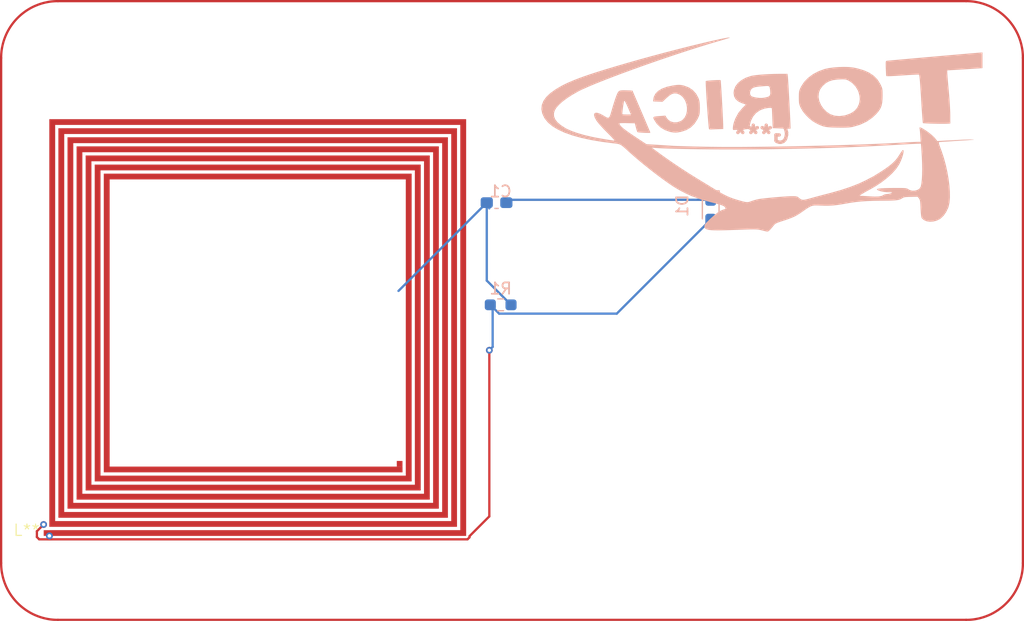
<source format=kicad_pcb>
(kicad_pcb (version 20241229) (generator "pcbnew") (generator_version "9.0")
  (layers (0 "F.Cu" signal) (2 "B.Cu" signal) (13 "F.Paste" user) (15 "B.Paste" user) (5 "F.SilkS" user "F.Silkscreen") (7 "B.SilkS" user "B.Silkscreen") (1 "F.Mask" user) (3 "B.Mask" user) (25 "Edge.Cuts" user))
  (net 0 "")
  (net 1 "Net-(D1-K)")
  (net 2 "Net-(C1-Pad2)")
  (net 3 "Net-(D1-A)")
  (footprint "lib:NFC_COIL_36.7x36.7_3uH" (layer "F.Cu") (at 113.25 89.85)
    (property "Reference" "L**" (at -2 -0.5 0) (layer "F.SilkS") (effects (font (thickness 0.1))))
    (property "Value" "3.00 uH")
    (fp_poly (pts (xy 0 0) (xy 36.7 0) (xy 36.7 -36.7) (xy 0 -36.7) (xy 0 -0.8) (xy 35.9 -0.8) (xy 35.9 -35.9) (xy 0.8 -35.9) (xy 0.8 -1.6) (xy 35.1 -1.6) (xy 35.1 -35.1) (xy 1.6 -35.1) (xy 1.6 -2.4) (xy 34.3 -2.4) (xy 34.3 -34.3) (xy 2.4 -34.3) (xy 2.4 -3.2) (xy 33.5 -3.2) (xy 33.5 -33.5) (xy 3.2 -33.5) (xy 3.2 -4) (xy 32.7 -4) (xy 32.7 -32.7) (xy 4 -32.7) (xy 4 -4.8) (xy 31.9 -4.8) (xy 31.9 -31.9) (xy 4.8 -31.9) (xy 4.8 -5.6) (xy 31.1 -5.6) (xy 31.1 -6.1) (xy 30.6 -6.1) (xy 5.3 -6.1) (xy 5.3 -31.4) (xy 31.4 -31.4) (xy 31.4 -5.3) (xy 4.5 -5.3) (xy 4.5 -32.2) (xy 32.2 -32.2) (xy 32.2 -4.5) (xy 3.7 -4.5) (xy 3.7 -33) (xy 33 -33) (xy 33 -3.7) (xy 2.9 -3.7) (xy 2.9 -33.8) (xy 33.8 -33.8) (xy 33.8 -2.9) (xy 2.1 -2.9) (xy 2.1 -34.6) (xy 34.6 -34.6) (xy 34.6 -2.1) (xy 1.3 -2.1) (xy 1.3 -35.4) (xy 35.4 -35.4) (xy 35.4 -1.3) (xy 0.5 -1.3) (xy 0.5 -36.2) (xy 36.2 -36.2) (xy 36.2 -0.5) (xy 0 -0.5)) (stroke (width 0.01)) (fill yes) (layer "F.Cu"))
    (pad "1" smd rect (at -0.25 -0.25) (size 0.5 0.5) (layers "F.Cu" "F.Mask" "F.Paste") (net 3 "Net-(D1-A)"))
    (pad "2" smd rect (at 30.85 -6.35) (size 0.5 0.5) (layers "F.Cu" "F.Mask" "F.Paste") (net 1 "Net-(D1-K)"))
  )
  (footprint "Capacitor_SMD:C_0603_1608Metric_Pad1.08x0.95mm_HandSolder" (layer "B.Cu") (at 152.6375 60.5 180)
    (property "Reference" "C1" (at -0.35 0.99 0) (layer "B.SilkS") (effects (justify mirror)))
    (property "Value" "C")
    (fp_line (start -0.146267 0.51) (end 0.146267 0.51) (stroke (width 0.12)) (layer "B.SilkS"))
    (fp_line (start -0.146267 -0.51) (end 0.146267 -0.51) (stroke (width 0.12)) (layer "B.SilkS"))
    (pad "1" smd roundrect (at -0.8625 0 180) (size 1.075 0.95) (layers "B.Cu" "B.Mask" "B.Paste") (net 1 "Net-(D1-K)"))
    (pad "2" smd roundrect (at 0.8625 0 180) (size 1.075 0.95) (layers "B.Cu" "B.Mask" "B.Paste") (net 2 "Net-(C1-Pad2)"))
  )
  (footprint "lib:TORICA_LOGO" (layer "B.Cu") (at 176 54.5 180)
    (property "Reference" "G***" (at 0 0 0) (layer "B.SilkS") (effects (font (size 1.5 1.5) (thickness 0.3)) (justify mirror)))
    (property "Value" "LOGO" (hide yes))
    (fp_poly (pts (xy 4.028364 4.794973) (xy 4.255147 4.783218) (xy 4.48478 4.767654) (xy 4.691357 4.749855) (xy 4.848972 4.731393) (xy 4.931721 4.713839) (xy 4.935016 4.71211) (xy 4.94065 4.655024) (xy 4.93873 4.505314) (xy 4.930193 4.276965) (xy 4.915973 3.983962) (xy 4.897009 3.640291) (xy 4.874235 3.259938) (xy 4.848589 2.856888) (xy 4.821005 2.445126) (xy 4.792421 2.038638) (xy 4.763773 1.65141) (xy 4.735997 1.297426) (xy 4.710028 0.990673) (xy 4.686804 0.745135) (xy 4.66726 0.574799) (xy 4.652697 0.494632) (xy 4.588475 0.439894) (xy 4.560309 0.439068) (xy 4.480409 0.445424) (xy 4.31983 0.453538) (xy 4.104801 0.462192) (xy 3.943683 0.467675) (xy 3.395578 0.485005) (xy 3.397426 0.737135) (xy 3.401091 0.896033) (xy 3.409863 1.131815) (xy 3.422947 1.430288) (xy 3.43955 1.777259) (xy 3.458877 2.158534) (xy 3.480136 2.559921) (xy 3.502533 2.967226) (xy 3.525273 3.366256) (xy 3.547563 3.742817) (xy 3.56861 4.082717) (xy 3.58762 4.371762) (xy 3.603799 4.595758) (xy 3.616353 4.740514) (xy 3.624159 4.791669) (xy 3.686964 4.800771) (xy 3.830334 4.801348)) (fill yes) (layer "B.SilkS"))
    (fp_poly (pts (xy 7.480111 4.368804) (xy 7.715764 4.338435) (xy 7.856176 4.316523) (xy 8.37269 4.20314) (xy 8.79899 4.044437) (xy 9.133027 3.841885) (xy 9.372756 3.596959) (xy 9.516129 3.311133) (xy 9.55775 3.091551) (xy 9.571789 2.914317) (xy 9.157641 2.898704) (xy 8.743493 2.883091) (xy 8.377587 3.226747) (xy 8.125667 3.440808) (xy 7.907635 3.57034) (xy 7.703167 3.623006) (xy 7.491941 3.606466) (xy 7.419688 3.587833) (xy 7.146767 3.457653) (xy 6.925559 3.254189) (xy 6.758037 2.995377) (xy 6.646175 2.699151) (xy 6.591947 2.383447) (xy 6.597327 2.066201) (xy 6.664289 1.765346) (xy 6.794807 1.498818) (xy 6.990854 1.284553) (xy 7.154863 1.181558) (xy 7.460921 1.081923) (xy 7.759012 1.07436) (xy 8.030848 1.15447) (xy 8.25814 1.317852) (xy 8.378966 1.476036) (xy 8.492071 1.667733) (xy 8.978456 1.630066) (xy 9.248673 1.607311) (xy 9.425957 1.5828) (xy 9.524075 1.547529) (xy 9.556797 1.492491) (xy 9.537889 1.408683) (xy 9.486425 1.297809) (xy 9.250189 0.937194) (xy 8.933276 0.63269) (xy 8.552582 0.396617) (xy 8.125001 0.241295) (xy 8.000385 0.214178) (xy 7.77366 0.178175) (xy 7.58469 0.16829) (xy 7.38887 0.185875) (xy 7.141596 0.232282) (xy 7.098693 0.241513) (xy 6.645233 0.388981) (xy 6.256818 0.620884) (xy 5.931827 0.938531) (xy 5.668638 1.343233) (xy 5.623534 1.434186) (xy 5.546295 1.605455) (xy 5.497006 1.747921) (xy 5.469539 1.895097) (xy 5.457769 2.08049) (xy 5.455571 2.33761) (xy 5.455602 2.352843) (xy 5.461129 2.641511) (xy 5.479339 2.857172) (xy 5.51499 3.03347) (xy 5.572841 3.204051) (xy 5.577701 3.216288) (xy 5.786325 3.600887) (xy 6.073469 3.915347) (xy 6.432642 4.154422) (xy 6.857351 4.312864) (xy 6.964785 4.337587) (xy 7.13859 4.367577) (xy 7.299042 4.37825)) (fill yes) (layer "B.SilkS"))
    (fp_poly (pts (xy -19.023264 7.200897) (xy -18.72691 7.176422) (xy -18.360008 7.14556) (xy -17.932551 7.109189) (xy -17.454532 7.068189) (xy -16.935944 7.023439) (xy -16.386782 6.975818) (xy -15.817037 6.926206) (xy -15.236703 6.875481) (xy -14.655774 6.824523) (xy -14.084243 6.774212) (xy -13.532104 6.725426) (xy -13.009349 6.679045) (xy -12.525972 6.635949) (xy -12.091966 6.597015) (xy -11.717324 6.563124) (xy -11.412041 6.535155) (xy -11.186108 6.513987) (xy -11.04952 6.500499) (xy -11.012083 6.496032) (xy -10.965298 6.480716) (xy -10.934891 6.445414) (xy -10.918298 6.371521) (xy -10.912951 6.240434) (xy -10.916286 6.033547) (xy -10.922094 5.84346) (xy -10.931508 5.591551) (xy -10.941804 5.377666) (xy -10.951703 5.225161) (xy -10.959571 5.158433) (xy -11.015994 5.14272) (xy -11.172975 5.138448) (xy -11.43188 5.14566) (xy -11.794073 5.164398) (xy -12.260918 5.194706) (xy -12.3767 5.202852) (xy -12.754791 5.228679) (xy -13.099134 5.250126) (xy -13.394924 5.266438) (xy -13.627354 5.27686) (xy -13.781618 5.280637) (xy -13.841833 5.277571) (xy -13.861982 5.234209) (xy -13.883465 5.115727) (xy -13.906742 4.916926) (xy -13.932277 4.632607) (xy -13.96053 4.257571) (xy -13.991963 3.786618) (xy -14.027038 3.214549) (xy -14.030994 3.147679) (xy -14.059151 2.683729) (xy -14.086795 2.253493) (xy -14.113063 1.868601) (xy -14.137092 1.540685) (xy -14.158022 1.281375) (xy -14.174989 1.102303) (xy -14.18713 1.015098) (xy -14.189566 1.00871) (xy -14.25185 0.996648) (xy -14.401406 0.984705) (xy -14.61856 0.973403) (xy -14.883639 0.963267) (xy -15.176968 0.95482) (xy -15.478874 0.948584) (xy -15.769681 0.945084) (xy -16.029717 0.944843) (xy -16.239307 0.948385) (xy -16.322843 0.951953) (xy -16.60358 0.968116) (xy -16.602968 1.700585) (xy -16.597438 1.963755) (xy -16.582243 2.30816) (xy -16.558938 2.708675) (xy -16.529078 3.140178) (xy -16.49422 3.577547) (xy -16.469896 3.850106) (xy -16.434219 4.238654) (xy -16.402133 4.601286) (xy -16.374995 4.921578) (xy -16.354164 5.183108) (xy -16.340998 5.369452) (xy -16.336823 5.459515) (xy -16.336211 5.651871) (xy -16.93779 5.686222) (xy -17.203865 5.701949) (xy -17.5419 5.722723) (xy -17.917153 5.746367) (xy -18.294881 5.770704) (xy -18.488527 5.783424) (xy -19.437685 5.846276) (xy -19.437685 6.540458) (xy -19.437685 7.234641)) (fill yes) (layer "B.SilkS"))
    (fp_poly (pts (xy -6.788067 5.946234) (xy -6.331567 5.910757) (xy -5.908905 5.854369) (xy -5.55432 5.778928) (xy -5.535991 5.773846) (xy -4.992356 5.57767) (xy -4.499313 5.313904) (xy -4.069873 4.992365) (xy -3.717046 4.622873) (xy -3.453843 4.215245) (xy -3.443688 4.194892) (xy -3.361351 4.020854) (xy -3.308515 3.879741) (xy -3.278672 3.738203) (xy -3.265317 3.562889) (xy -3.261945 3.320448) (xy -3.261896 3.26302) (xy -3.26434 3.001479) (xy -3.275883 2.813091) (xy -3.302835 2.664098) (xy -3.35151 2.520743) (xy -3.428218 2.349268) (xy -3.435715 2.333408) (xy -3.620662 2.025021) (xy -3.878301 1.707377) (xy -4.181105 1.408562) (xy -4.50155 1.156659) (xy -4.717701 1.025329) (xy -4.979789 0.892054) (xy -5.204073 0.791814) (xy -5.413977 0.719575) (xy -5.632927 0.670305) (xy -5.884348 0.638971) (xy -6.191665 0.620538) (xy -6.578304 0.609973) (xy -6.657474 0.60853) (xy -7.071733 0.604328) (xy -7.398736 0.608511) (xy -7.657914 0.622013) (xy -7.8687 0.645764) (xy -8.021053 0.673982) (xy -8.66013 0.863167) (xy -9.235215 1.133194) (xy -9.741238 1.481302) (xy -10.070582 1.790036) (xy -10.289897 2.045192) (xy -10.446795 2.286033) (xy -10.550673 2.539094) (xy -10.610925 2.830908) (xy -10.631322 3.110812) (xy -8.630423 3.110812) (xy -8.594131 2.836806) (xy -8.553495 2.682637) (xy -8.402436 2.355181) (xy -8.160939 2.084065) (xy -7.829904 1.869995) (xy -7.410233 1.71368) (xy -7.277673 1.680519) (xy -6.83285 1.625073) (xy -6.412903 1.663129) (xy -6.042709 1.788938) (xy -5.725719 1.993686) (xy -5.447821 2.268317) (xy -5.224344 2.589869) (xy -5.070615 2.93538) (xy -5.001964 3.281887) (xy -4.99979 3.351276) (xy -5.032678 3.687773) (xy -5.140228 3.974441) (xy -5.335766 4.243267) (xy -5.39972 4.311191) (xy -5.647791 4.526425) (xy -5.919662 4.680582) (xy -6.237742 4.782051) (xy -6.624433 4.839224) (xy -6.848504 4.853732) (xy -7.101901 4.862577) (xy -7.279435 4.859591) (xy -7.411926 4.840478) (xy -7.530191 4.800941) (xy -7.656363 4.741093) (xy -7.980674 4.521179) (xy -8.257101 4.225055) (xy -8.462125 3.880646) (xy -8.528502 3.70562) (xy -8.608903 3.385823) (xy -8.630423 3.110812) (xy -10.631322 3.110812) (xy -10.636947 3.188011) (xy -10.640056 3.398353) (xy -10.639475 3.672247) (xy -10.632802 3.868497) (xy -10.614455 4.016403) (xy -10.578854 4.145267) (xy -10.520415 4.284391) (xy -10.439543 4.450966) (xy -10.196604 4.83808) (xy -9.877267 5.166796) (xy -9.477205 5.439719) (xy -8.992089 5.659454) (xy -8.417593 5.828606) (xy -8.018188 5.908613) (xy -7.665617 5.947021) (xy -7.244163 5.958942)) (fill yes) (layer "B.SilkS"))
    (fp_poly (pts (xy -1.56083 5.346576) (xy -1.108936 5.340471) (xy -0.65134 5.324143) (xy -0.208086 5.299084) (xy 0.200785 5.266788) (xy 0.555229 5.228744) (xy 0.835202 5.186446) (xy 0.962526 5.158757) (xy 1.411885 5.004056) (xy 1.793534 4.796188) (xy 2.099547 4.542961) (xy 2.321997 4.252186) (xy 2.452957 3.93167) (xy 2.486526 3.657443) (xy 2.441155 3.358333) (xy 2.303948 3.109771) (xy 2.07326 2.909933) (xy 1.747449 2.756999) (xy 1.644315 2.723913) (xy 1.507631 2.68069) (xy 1.426614 2.649597) (xy 1.417052 2.642762) (xy 1.452105 2.601311) (xy 1.545485 2.50307) (xy 1.67952 2.366495) (xy 1.731979 2.31384) (xy 2.066127 1.905016) (xy 2.328739 1.42043) (xy 2.450198 1.096211) (xy 2.508621 0.878436) (xy 2.543429 0.676202) (xy 2.552361 0.514411) (xy 2.533152 0.417965) (xy 2.513262 0.402192) (xy 2.442155 0.402175) (xy 2.286635 0.409442) (xy 2.068896 0.422756) (xy 1.811133 0.440875) (xy 1.783125 0.44297) (xy 1.106461 0.493878) (xy 1.071781 0.741571) (xy 0.961773 1.190848) (xy 0.770208 1.575588) (xy 0.503365 1.889673) (xy 0.16752 2.126984) (xy -0.231048 2.281403) (xy -0.567261 2.339129) (xy -0.744178 2.351549) (xy -0.840219 2.344105) (xy -0.880507 2.311144) (xy -0.88922 2.266691) (xy -0.893796 2.179327) (xy -0.901749 2.006795) (xy -0.912116 1.770785) (xy -0.923934 1.492988) (xy -0.929325 1.36358) (xy -0.962527 0.561475) (xy -1.737896 0.531816) (xy -2.014045 0.522269) (xy -2.249735 0.516049) (xy -2.425516 0.513519) (xy -2.521936 0.515042) (xy -2.534037 0.51694) (xy -2.535757 0.571445) (xy -2.531986 0.719395) (xy -2.523418 0.947467) (xy -2.510745 1.242337) (xy -2.49466 1.590681) (xy -2.475856 1.979177) (xy -2.455025 2.3945) (xy -2.432861 2.823327) (xy -2.410055 3.252336) (xy -2.390453 3.610592) (xy -0.753415 3.610592) (xy -0.71401 3.452026) (xy -0.614204 3.354703) (xy -0.515192 3.316342) (xy -0.241975 3.251027) (xy -0.008913 3.222481) (xy 0.233354 3.227949) (xy 0.500165 3.259692) (xy 0.695432 3.299686) (xy 0.858771 3.353856) (xy 0.941323 3.400588) (xy 1.023776 3.540818) (xy 1.035686 3.722401) (xy 0.977616 3.906808) (xy 0.932921 3.97529) (xy 0.841197 4.064107) (xy 0.713628 4.131452) (xy 0.533124 4.181863) (xy 0.282593 4.219884) (xy -0.055057 4.250054) (xy -0.117617 4.25441) (xy -0.36808 4.272022) (xy -0.532173 4.275265) (xy -0.63047 4.250711) (xy -0.683546 4.184931) (xy -0.711974 4.064495) (xy -0.736328 3.875975) (xy -0.739945 3.848206) (xy -0.753415 3.610592) (xy -2.390453 3.610592) (xy -2.387301 3.668201) (xy -2.365292 4.057601) (xy -2.34472 4.407211) (xy -2.326278 4.703707) (xy -2.310659 4.933768) (xy -2.298555 5.084068) (xy -2.294699 5.120106) (xy -2.266079 5.347369)) (fill yes) (layer "B.SilkS"))
    (fp_poly (pts (xy 3.08744 8.521353) (xy 3.362159 8.471552) (xy 3.714987 8.39959) (xy 4.137579 8.307505) (xy 4.621592 8.197335) (xy 5.158682 8.071117) (xy 5.740502 7.930889) (xy 6.35871 7.778688) (xy 7.004961 7.616551) (xy 7.67091 7.446516) (xy 8.348213 7.270621) (xy 9.028526 7.090903) (xy 9.703503 6.9094) (xy 10.364802 6.728149) (xy 11.004076 6.549187) (xy 11.122526 6.515564) (xy 12.092434 6.2374) (xy 12.965615 5.981989) (xy 13.749246 5.746746) (xy 14.4505 5.529085) (xy 15.076554 5.32642) (xy 15.634582 5.136165) (xy 16.131761 4.955735) (xy 16.575266 4.782543) (xy 16.972271 4.614005) (xy 17.329953 4.447533) (xy 17.655487 4.280543) (xy 17.956048 4.110448) (xy 18.181052 3.971858) (xy 18.640632 3.64057) (xy 18.993655 3.301201) (xy 19.240223 2.953461) (xy 19.380442 2.597063) (xy 19.414417 2.231716) (xy 19.342252 1.857133) (xy 19.164052 1.473023) (xy 19.114915 1.393822) (xy 18.832661 1.049389) (xy 18.447726 0.729383) (xy 17.96168 0.434373) (xy 17.376093 0.164925) (xy 16.692537 -0.078392) (xy 15.912582 -0.29501) (xy 15.037797 -0.48436) (xy 14.069755 -0.645876) (xy 13.148249 -0.763834) (xy 12.913018 -0.789908) (xy 12.731866 -0.814688) (xy 12.586155 -0.848122) (xy 12.457244 -0.900157) (xy 12.326493 -0.980742) (xy 12.175262 -1.099824) (xy 11.98491 -1.267352) (xy 11.736799 -1.493273) (xy 11.67378 -1.550736) (xy 11.239765 -1.935884) (xy 10.761139 -2.342661) (xy 10.253833 -2.758748) (xy 9.733777 -3.171827) (xy 9.216901 -3.569577) (xy 8.719136 -3.93968) (xy 8.256412 -4.269817) (xy 7.84466 -4.547668) (xy 7.596598 -4.703668) (xy 7.134715 -4.970381) (xy 6.687263 -5.200763) (xy 6.232153 -5.403566) (xy 5.747293 -5.587546) (xy 5.210595 -5.761456) (xy 4.599967 -5.934051) (xy 4.283604 -6.016581) (xy 3.924159 -6.111141) (xy 3.656723 -6.188554) (xy 3.468551 -6.253238) (xy 3.3469 -6.309611) (xy 3.279028 -6.362093) (xy 3.275716 -6.366038) (xy 3.197431 -6.480923) (xy 3.20569 -6.547506) (xy 3.309202 -6.588272) (xy 3.366358 -6.600005) (xy 3.581681 -6.678726) (xy 3.849825 -6.841709) (xy 4.164225 -7.084274) (xy 4.518313 -7.401742) (xy 4.595863 -7.476286) (xy 4.800414 -7.68019) (xy 4.936073 -7.830137) (xy 5.014942 -7.942014) (xy 5.049124 -8.031703) (xy 5.053262 -8.076633) (xy 5.043439 -8.17094) (xy 5.008546 -8.249505) (xy 4.940455 -8.313243) (xy 4.831033 -8.363066) (xy 4.672149 -8.399888) (xy 4.455672 -8.424621) (xy 4.173471 -8.43818) (xy 3.817416 -8.441478) (xy 3.379374 -8.435427) (xy 2.851215 -8.420942) (xy 2.224808 -8.398936) (xy 2.194165 -8.397783) (xy 1.711825 -8.379801) (xy 1.322875 -8.366285) (xy 1.01384 -8.357514) (xy 0.771245 -8.353766) (xy 0.581615 -8.355322) (xy 0.431474 -8.362461) (xy 0.307347 -8.375463) (xy 0.195759 -8.394606) (xy 0.083234 -8.420171) (xy -0.00891 -8.443478) (xy -0.21687 -8.495127) (xy -0.38795 -8.534242) (xy -0.493528 -8.554395) (xy -0.508889 -8.555789) (xy -0.581356 -8.519815) (xy -0.690441 -8.429052) (xy -0.740611 -8.379155) (xy -0.886839 -8.215905) (xy -1.031072 -8.040233) (xy -1.053832 -8.010546) (xy -1.122203 -7.929709) (xy -1.20269 -7.86331) (xy -1.314785 -7.8018) (xy -1.477981 -7.735625) (xy -1.711769 -7.655234) (xy -1.909411 -7.591282) (xy -2.296509 -7.463238) (xy -2.607484 -7.348071) (xy -2.869925 -7.232555) (xy -3.111422 -7.103464) (xy -3.359565 -6.947572) (xy -3.602907 -6.77944) (xy -3.886261 -6.580578) (xy -4.105941 -6.43665) (xy -4.284598 -6.339459) (xy -4.444885 -6.280807) (xy -4.609455 -6.252499) (xy -4.800958 -6.246337) (xy -5.042048 -6.254124) (xy -5.053264 -6.25462) (xy -5.512731 -6.270112) (xy -5.903152 -6.269953) (xy -6.261627 -6.25156) (xy -6.625254 -6.21235) (xy -7.031135 -6.149741) (xy -7.331189 -6.096015) (xy -7.824438 -6.011137) (xy -8.296867 -5.945076) (xy -8.772304 -5.89595) (xy -9.274573 -5.861877) (xy -9.827501 -5.840975) (xy -10.454912 -5.831362) (xy -10.694738 -5.830319) (xy -11.13768 -5.826893) (xy -11.488481 -5.817321) (xy -11.761865 -5.799647) (xy -11.972556 -5.771916) (xy -12.135277 -5.732172) (xy -12.264754 -5.67846) (xy -12.375709 -5.608824) (xy -12.378633 -5.606669) (xy -12.45952 -5.558896) (xy -12.563764 -5.526833) (xy -12.714252 -5.506942) (xy -12.93387 -5.495686) (xy -13.124794 -5.491319) (xy -13.728823 -5.481052) (xy -13.842728 -5.631943) (xy -13.889921 -5.706218) (xy -13.923858 -5.797155) (xy -13.947819 -5.925157) (xy -13.965084 -6.110629) (xy -13.978934 -6.373977) (xy -13.984581 -6.514258) (xy -14.004254 -6.883135) (xy -14.031295 -7.148395) (xy -14.066081 -7.313138) (xy -14.087133 -7.35977) (xy -14.257144 -7.527543) (xy -14.494078 -7.63515) (xy -14.77613 -7.682134) (xy -15.081495 -7.668041) (xy -15.38837 -7.592413) (xy -15.674949 -7.454794) (xy -15.762518 -7.394826) (xy -16.016702 -7.150278) (xy -16.241204 -6.828601) (xy -16.416723 -6.459114) (xy -16.458831 -6.337346) (xy -16.534995 -5.981185) (xy -16.569911 -5.542548) (xy -16.565696 -5.036719) (xy -16.524466 -4.478981) (xy -16.448339 -3.88462) (xy -16.339431 -3.268919) (xy -16.296145 -3.076088) (xy -14.127604 -3.076088) (xy -14.119362 -3.546598) (xy -14.096443 -3.957963) (xy -14.059443 -4.2963) (xy -14.008959 -4.547726) (xy -13.985796 -4.61909) (xy -13.873408 -4.775956) (xy -13.691055 -4.885944) (xy -13.467394 -4.943551) (xy -13.231079 -4.943278) (xy -13.010764 -4.879622) (xy -12.917958 -4.824089) (xy -12.85378 -4.781105) (xy -12.7836 -4.749988) (xy -12.68987 -4.728833) (xy -12.555047 -4.715733) (xy -12.361585 -4.708782) (xy -12.091939 -4.706075) (xy -11.827918 -4.705683) (xy -11.29161 -4.709081) (xy -10.859788 -4.7194) (xy -10.5302 -4.736828) (xy -10.300598 -4.761553) (xy -10.16873 -4.793765) (xy -10.132348 -4.833652) (xy -10.139638 -4.847048) (xy -10.253677 -4.923211) (xy -10.448438 -4.991076) (xy -10.697715 -5.044461) (xy -10.975305 -5.077185) (xy -11.145601 -5.084342) (xy -11.346981 -5.087647) (xy -11.454537 -5.094926) (xy -11.481391 -5.110356) (xy -11.440667 -5.138119) (xy -11.389896 -5.162141) (xy -11.224512 -5.212741) (xy -11.036511 -5.237602) (xy -11.01979 -5.238008) (xy -10.860216 -5.259402) (xy -10.73644 -5.309016) (xy -10.721608 -5.32051) (xy -10.559445 -5.404428) (xy -10.299775 -5.45275) (xy -9.946076 -5.465083) (xy -9.595052 -5.448568) (xy -9.335415 -5.4303) (xy -9.091874 -5.415167) (xy -8.899301 -5.405241) (xy -8.823159 -5.402657) (xy -8.609264 -5.398463) (xy -8.742948 -5.293994) (xy -8.844538 -5.226597) (xy -9.01545 -5.125481) (xy -9.22978 -5.005598) (xy -9.411369 -4.908187) (xy -10.012651 -4.565295) (xy -10.566812 -4.196534) (xy -11.06275 -3.811388) (xy -11.489359 -3.41934) (xy -11.835535 -3.029872) (xy -12.090175 -2.652467) (xy -12.121868 -2.593473) (xy -12.244879 -2.333279) (xy -12.347199 -2.074395) (xy -12.424897 -1.8331) (xy -12.474045 -1.625673) (xy -12.490713 -1.468393) (xy -12.470972 -1.377539) (xy -12.418066 -1.366307) (xy -12.361956 -1.421389) (xy -12.268784 -1.546997) (xy -12.15454 -1.720795) (xy -12.096754 -1.815046) (xy -11.931073 -2.065164) (xy -11.74039 -2.296831) (xy -11.509968 -2.523429) (xy -11.225072 -2.758339) (xy -10.870966 -3.014941) (xy -10.50758 -3.258132) (xy -9.849928 -3.66205) (xy -9.181941 -4.019958) (xy -8.484919 -4.339651) (xy -7.740161 -4.628924) (xy -6.928967 -4.895573) (xy -6.032636 -5.147393) (xy -5.882106 -5.18631) (xy -5.530115 -5.277099) (xy -5.178756 -5.369076) (xy -4.854586 -5.455192) (xy -4.58416 -5.5284) (xy -4.41158 -5.576592) (xy -4.091623 -5.665797) (xy -3.854342 -5.722707) (xy -3.680597 -5.747757) (xy -3.551246 -5.741381) (xy -3.447149 -5.704014) (xy -3.349166 -5.636092) (xy -3.308746 -5.60165) (xy -3.206626 -5.517037) (xy -3.116171 -5.465508) (xy -3.006483 -5.43888) (xy -2.846663 -5.42897) (xy -2.651511 -5.427578) (xy -2.441269 -5.433393) (xy -2.147676 -5.44954) (xy -1.793621 -5.474076) (xy -1.401993 -5.505056) (xy -0.995681 -5.540535) (xy -0.597573 -5.57857) (xy -0.23056 -5.617216) (xy 0.082471 -5.654528) (xy 0.189247 -5.668898) (xy 0.437464 -5.717768) (xy 0.710919 -5.792219) (xy 0.884405 -5.85158) (xy 1.035306 -5.907623) (xy 1.160676 -5.942585) (xy 1.282473 -5.954897) (xy 1.422656 -5.942993) (xy 1.603184 -5.905303) (xy 1.846017 -5.84026) (xy 2.11221 -5.763918) (xy 2.44401 -5.661712) (xy 2.746291 -5.552898) (xy 3.040915 -5.42712) (xy 3.349745 -5.274021) (xy 3.694643 -5.083243) (xy 4.097472 -4.844432) (xy 4.251157 -4.750673) (xy 4.595705 -4.539553) (xy 4.983041 -4.302552) (xy 5.373903 -4.063675) (xy 5.729028 -3.846925) (xy 5.855368 -3.769914) (xy 6.440175 -3.405071) (xy 7.070745 -2.996601) (xy 7.713748 -2.566848) (xy 8.335859 -2.138155) (xy 8.90375 -1.732863) (xy 9.010315 -1.654794) (xy 9.678736 -1.162606) (xy 9.197473 -1.193945) (xy 8.775323 -1.217004) (xy 8.257063 -1.23786) (xy 7.653508 -1.256413) (xy 6.975475 -1.272563) (xy 6.23378 -1.286209) (xy 5.439238 -1.297249) (xy 4.602666 -1.305584) (xy 3.734879 -1.311112) (xy 2.846695 -1.313732) (xy 1.948929 -1.313344) (xy 1.052397 -1.309847) (xy 0.167915 -1.30314) (xy -0.693701 -1.293122) (xy -0.986096 -1.288843) (xy -2.149929 -1.26979) (xy -3.223291 -1.249799) (xy -4.22266 -1.228276) (xy -5.164511 -1.204629) (xy -6.06532 -1.178265) (xy -6.941565 -1.148592) (xy -7.809722 -1.115017) (xy -8.686266 -1.076946) (xy -9.587675 -1.033788) (xy -10.530425 -0.98495) (xy -11.530992 -0.929839) (xy -12.474174 -0.875577) (xy -12.864902 -0.853551) (xy -13.219755 -0.835124) (xy -13.525037 -0.82088) (xy -13.767051 -0.811406) (xy -13.932099 -0.807285) (xy -14.006486 -0.809101) (xy -14.009156 -0.810067) (xy -14.018652 -0.867806) (xy -14.032499 -1.016746) (xy -14.049551 -1.241282) (xy -14.068659 -1.525809) (xy -14.088674 -1.854723) (xy -14.097676 -2.01316) (xy -14.120575 -2.560314) (xy -14.127604 -3.076088) (xy -16.296145 -3.076088) (xy -16.199861 -2.647163) (xy -16.031743 -2.034636) (xy -15.837197 -1.446622) (xy -15.749088 -1.213119) (xy -15.649419 -0.942761) (xy -15.598414 -0.763854) (xy -15.596455 -0.677847) (xy -15.605453 -0.670386) (xy -15.673252 -0.662576) (xy -15.83356 -0.649484) (xy -16.072124 -0.632109) (xy -16.37469 -0.611449) (xy -16.727004 -0.588501) (xy -17.114813 -0.564264) (xy -17.165053 -0.561195) (xy -17.657851 -0.530192) (xy -18.057452 -0.502976) (xy -18.361907 -0.479754) (xy -18.569269 -0.460735) (xy -18.67759 -0.446124) (xy -18.684923 -0.43613) (xy -18.589319 -0.43096) (xy -18.390492 -0.430805) (xy -18.247108 -0.434538) (xy -18.016404 -0.443376) (xy -17.717839 -0.456445) (xy -17.370872 -0.472869) (xy -16.994965 -0.491774) (xy -16.764001 -0.503924) (xy -15.453896 -0.574028) (xy -15.37615 -0.460803) (xy -15.210378 -0.262558) (xy -14.974741 -0.038985) (xy -14.694988 0.187328) (xy -14.415917 0.381659) (xy -14.176692 0.528651) (xy -14.014105 0.612327) (xy -13.920468 0.635147) (xy -13.88809 0.599571) (xy -13.895735 0.548106) (xy -13.910347 0.45705) (xy -13.928411 0.286898) (xy -13.947216 0.065324) (xy -13.95858 -0.093578) (xy -13.994906 -0.641683) (xy -13.761874 -0.642201) (xy -13.628668 -0.64551) (xy -13.413045 -0.654307) (xy -13.13933 -0.667454) (xy -12.831849 -0.683812) (xy -12.646527 -0.694386) (xy -11.764205 -0.742524) (xy -10.80077 -0.788647) (xy -9.768127 -0.832502) (xy -8.678182 -0.873838) (xy -7.542841 -0.912403) (xy -6.374009 -0.947944) (xy -5.183592 -0.980209) (xy -3.983495 -1.008947) (xy -2.785624 -1.033905) (xy -1.601885 -1.054831) (xy -0.444184 -1.071472) (xy 0.675574 -1.083578) (xy 1.745484 -1.090895) (xy 2.753639 -1.093172) (xy 3.688134 -1.090156) (xy 4.537063 -1.081596) (xy 5.133473 -1.070879) (xy 5.644769 -1.059106) (xy 6.134651 -1.04701) (xy 6.590296 -1.034965) (xy 6.998882 -1.023346) (xy 7.347587 -1.012527) (xy 7.623588 -1.002883) (xy 7.814063 -0.994789) (xy 7.887368 -0.990426) (xy 8.057628 -0.978139) (xy 8.308681 -0.96128) (xy 8.614556 -0.941532) (xy 8.949281 -0.92058) (xy 9.197473 -0.905459) (xy 10.159999 -0.847559) (xy 10.855157 -0.390258) (xy 11.308649 -0.089174) (xy 11.677917 0.162818) (xy 11.970366 0.371778) (xy 12.193402 0.543767) (xy 12.354429 0.684843) (xy 12.460854 0.801068) (xy 12.520081 0.898501) (xy 12.539516 0.983204) (xy 12.539578 0.988206) (xy 12.489479 0.998758) (xy 12.352572 1.005392) (xy 12.148938 1.007634) (xy 11.898661 1.005011) (xy 11.861117 1.00423) (xy 11.182656 0.989264) (xy 11.090022 0.621895) (xy 11.038081 0.433787) (xy 10.989396 0.2877) (xy 10.954145 0.214021) (xy 10.953009 0.212868) (xy 10.887127 0.194607) (xy 10.746261 0.17732) (xy 10.556974 0.162239) (xy 10.345828 0.150596) (xy 10.139387 0.143622) (xy 9.964213 0.142548) (xy 9.846868 0.148605) (xy 9.81242 0.159994) (xy 9.832799 0.214266) (xy 9.89085 0.355796) (xy 9.981942 0.573617) (xy 10.101444 0.856762) (xy 10.244726 1.194263) (xy 10.407157 1.575153) (xy 10.488278 1.764632) (xy 11.529035 1.764632) (xy 11.89171 1.764632) (xy 12.078026 1.768323) (xy 12.217987 1.777999) (xy 12.281319 1.791566) (xy 12.281334 1.791581) (xy 12.28464 1.851331) (xy 12.274096 1.990387) (xy 12.253048 2.182497) (xy 12.224842 2.401413) (xy 12.192827 2.620883) (xy 12.160349 2.814658) (xy 12.135066 2.938764) (xy 12.113067 2.971269) (xy 12.073112 2.942258) (xy 12.011363 2.844518) (xy 11.92398 2.670838) (xy 11.807122 2.414006) (xy 11.656952 2.06681) (xy 11.602492 1.938422) (xy 11.529035 1.764632) (xy 10.488278 1.764632) (xy 10.584107 1.988465) (xy 10.603412 2.033463) (xy 11.394404 3.876843) (xy 11.846675 3.893113) (xy 12.147044 3.901451) (xy 12.361117 3.895025) (xy 12.509406 3.864483) (xy 12.612425 3.800475) (xy 12.690688 3.693652) (xy 12.764708 3.534662) (xy 12.795101 3.460809) (xy 12.866827 3.268687) (xy 12.956907 3.003556) (xy 13.055519 2.695575) (xy 13.152839 2.374903) (xy 13.187103 2.257166) (xy 13.279483 1.935055) (xy 13.351638 1.705392) (xy 13.416111 1.558822) (xy 13.485447 1.485988) (xy 13.57219 1.477536) (xy 13.688883 1.524109) (xy 13.848072 1.616352) (xy 13.957427 1.682647) (xy 14.254677 1.838811) (xy 14.489743 1.915973) (xy 14.658082 1.91755) (xy 14.75515 1.84696) (xy 14.776404 1.707623) (xy 14.7173 1.502955) (xy 14.573296 1.236377) (xy 14.565926 1.224818) (xy 14.453593 1.072536) (xy 14.280688 0.866559) (xy 14.06463 0.626372) (xy 13.822835 0.371459) (xy 13.626406 0.17379) (xy 13.406279 -0.04626) (xy 13.220705 -0.238413) (xy 13.080099 -0.391315) (xy 12.994876 -0.493615) (xy 12.975448 -0.533958) (xy 12.977006 -0.53417) (xy 13.091199 -0.524067) (xy 13.288611 -0.497262) (xy 13.547473 -0.457434) (xy 13.846017 -0.408263) (xy 14.162474 -0.35343) (xy 14.475077 -0.296616) (xy 14.762056 -0.241499) (xy 14.999368 -0.192261) (xy 15.675625 -0.029375) (xy 16.27263 0.144656) (xy 16.781986 0.327041) (xy 17.195299 0.514993) (xy 17.298174 0.571394) (xy 17.703792 0.832973) (xy 18.004816 1.092413) (xy 18.203447 1.353334) (xy 18.301884 1.619358) (xy 18.302326 1.894105) (xy 18.236429 2.115903) (xy 18.09114 2.359976) (xy 17.853063 2.628569) (xy 17.531451 2.914172) (xy 17.135554 3.209277) (xy 16.674624 3.506375) (xy 16.175789 3.788483) (xy 15.839695 3.955496) (xy 15.410311 4.150176) (xy 14.896729 4.369273) (xy 14.30804 4.609541) (xy 13.653336 4.86773) (xy 12.941708 5.140592) (xy 12.182249 5.424881) (xy 11.384051 5.717346) (xy 10.556204 6.014742) (xy 9.707801 6.313818) (xy 8.847933 6.611328) (xy 7.985693 6.904023) (xy 7.130171 7.188655) (xy 6.29046 7.461976) (xy 5.475651 7.720738) (xy 4.694837 7.961693) (xy 3.957108 8.181592) (xy 3.552813 8.298132) (xy 3.283316 8.376859) (xy 3.059527 8.446357) (xy 2.897273 8.501367) (xy 2.812385 8.53663) (xy 2.805709 8.546325) (xy 2.899175 8.546957)) (fill yes) (layer "B.SilkS"))
  )
  (footprint "LED_SMD:LED_0603_1608Metric_Pad1.05x0.95mm_HandSolder" (layer "B.Cu") (at 171.5 61.125 -90)
    (property "Reference" "D1" (at -0.35 2.5 90) (layer "B.SilkS") (effects (justify mirror)))
    (property "Value" "LED")
    (fp_line (start -1.66 0.735) (end -1.66 -0.735) (stroke (width 0.12)) (layer "B.SilkS"))
    (fp_line (start 0.8 0.735) (end -1.66 0.735) (stroke (width 0.12)) (layer "B.SilkS"))
    (fp_line (start -1.66 -0.735) (end 0.8 -0.735) (stroke (width 0.12)) (layer "B.SilkS"))
    (pad "1" smd roundrect (at -0.875 0 270) (size 1.05 0.95) (layers "B.Cu" "B.Mask" "B.Paste") (net 1 "Net-(D1-K)"))
    (pad "2" smd roundrect (at 0.875 0 270) (size 1.05 0.95) (layers "B.Cu" "B.Mask" "B.Paste") (net 3 "Net-(D1-A)"))
  )
  (footprint "Resistor_SMD:R_0603_1608Metric_Pad0.98x0.95mm_HandSolder" (layer "B.Cu") (at 153 69.5 180)
    (property "Reference" "R1" (at 0 1.43 0) (layer "B.SilkS") (effects (justify mirror)))
    (property "Value" "R")
    (fp_line (start -0.254724 0.5225) (end 0.254724 0.5225) (stroke (width 0.12)) (layer "B.SilkS"))
    (fp_line (start -0.254724 -0.5225) (end 0.254724 -0.5225) (stroke (width 0.12)) (layer "B.SilkS"))
    (pad "1" smd roundrect (at -0.9125 0 180) (size 0.975 0.95) (layers "B.Cu" "B.Mask" "B.Paste") (net 2 "Net-(C1-Pad2)"))
    (pad "2" smd roundrect (at 0.9125 0 180) (size 0.975 0.95) (layers "B.Cu" "B.Mask" "B.Paste") (net 3 "Net-(D1-A)"))
  )
  (gr_line (start 109 92.25) (end 109 47.75) (stroke (width 0.2)) (layer "F.Cu"))
  (gr_arc (start 109 47.75) (mid 110.464466 44.214466) (end 114 42.75) (stroke (width 0.2)) (layer "F.Cu"))
  (gr_line (start 114 42.75) (end 194 42.75) (stroke (width 0.2)) (layer "F.Cu"))
  (gr_line (start 194 97.25) (end 114 97.25) (stroke (width 0.2)) (layer "F.Cu"))
  (gr_arc (start 114 97.25) (mid 110.464466 95.785534) (end 109 92.25) (stroke (width 0.2)) (layer "F.Cu"))
  (gr_line (start 199 47.75) (end 199 92.25) (stroke (width 0.2)) (layer "F.Cu"))
  (gr_arc (start 199 92.25) (mid 197.535534 95.785534) (end 194 97.25) (stroke (width 0.2)) (layer "F.Cu"))
  (gr_arc (start 194 42.75) (mid 197.535534 44.214466) (end 199 47.75) (stroke (width 0.2)) (layer "F.Cu"))
  (segment (start 153.75 60.25) (end 153.5 60.5) (width 0.2) (layer "B.Cu") (net 1))
  (segment (start 171.5 60.25) (end 153.75 60.25) (width 0.2) (layer "B.Cu") (net 1))
  (segment (start 151.775 60.5) (end 152 60.725) (width 0.2) (layer "B.Cu") (net 2))
  (segment (start 151.775 67.3625) (end 153.9125 69.5) (width 0.2) (layer "B.Cu") (net 2))
  (segment (start 152 60.725) (end 152 61) (width 0.2) (layer "B.Cu") (net 2))
  (segment (start 144 68.275) (end 151.775 60.5) (width 0.2) (layer "B.Cu") (net 2))
  (segment (start 151.775 60.5) (end 151.775 67.3625) (width 0.2) (layer "B.Cu") (net 2))
  (segment (start 150.256 89.976749) (end 150.256 89.876749) (width 0.2) (layer "F.Cu") (net 3))
  (segment (start 150.076749 90.156) (end 150.256 89.976749) (width 0.2) (layer "F.Cu") (net 3))
  (segment (start 152 88.132749) (end 152 73.5) (width 0.2) (layer "F.Cu") (net 3))
  (segment (start 112.742858 88.850049) (end 112.149998 89.442909) (width 0.2) (layer "F.Cu") (net 3))
  (segment (start 112.149998 89.951998) (end 112.354 90.156) (width 0.2) (layer "F.Cu") (net 3))
  (segment (start 112.149998 89.442909) (end 112.149998 89.951998) (width 0.2) (layer "F.Cu") (net 3))
  (segment (start 150.256 89.876749) (end 152 88.132749) (width 0.2) (layer "F.Cu") (net 3))
  (segment (start 112.354 90.156) (end 150.076749 90.156) (width 0.2) (layer "F.Cu") (net 3))
  (via (at 113.25 89.85) (size 0.6) (drill 0.3) (layers "F.Cu" "B.Cu") (net 3))
  (via (at 152 73.5) (size 0.6) (drill 0.3) (layers "F.Cu" "B.Cu") (net 3))
  (via (at 112.742858 88.850049) (size 0.6) (drill 0.3) (layers "F.Cu" "B.Cu") (net 3))
  (via (at 113.25 89.85) (size 0.6) (drill 0.3) (layers "F.Cu" "B.Cu") (net 3))
  (segment (start 152.0875 69.5) (end 152.29375 69.70625) (width 0.2) (layer "B.Cu") (net 3))
  (segment (start 152.29375 73.20625) (end 152 73.5) (width 0.2) (layer "B.Cu") (net 3))
  (segment (start 163.224 70.276) (end 152.8635 70.276) (width 0.2) (layer "B.Cu") (net 3))
  (segment (start 152.8635 70.276) (end 152.0875 69.5) (width 0.2) (layer "B.Cu") (net 3))
  (segment (start 171.5 62) (end 163.224 70.276) (width 0.2) (layer "B.Cu") (net 3))
  (segment (start 152.29375 69.70625) (end 152.29375 73.20625) (width 0.2) (layer "B.Cu") (net 3))
)
</source>
